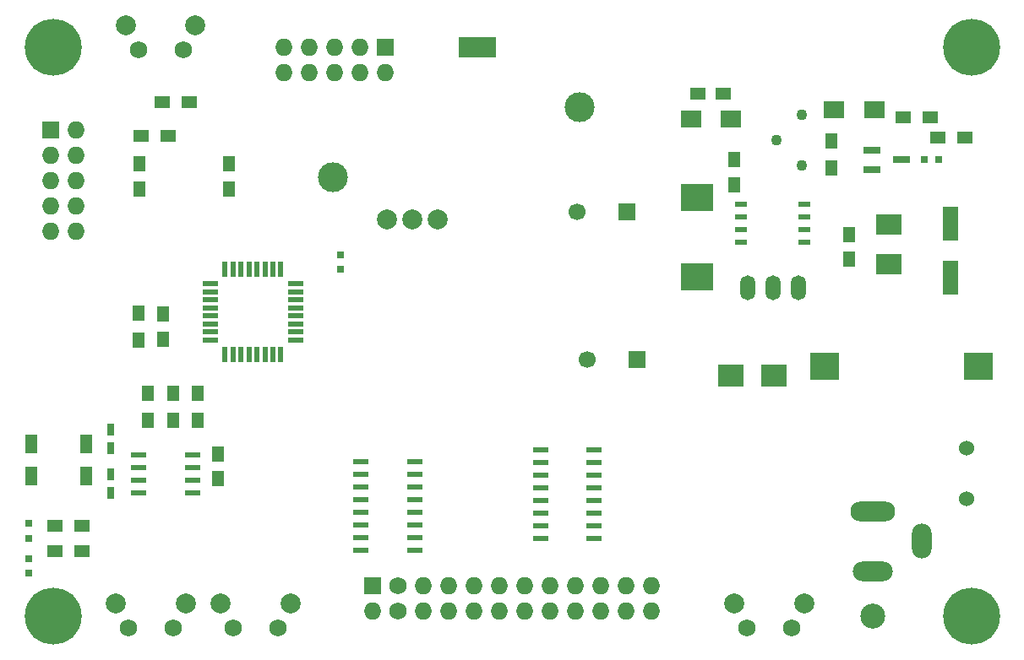
<source format=gts>
G04 #@! TF.FileFunction,Soldermask,Top*
%FSLAX46Y46*%
G04 Gerber Fmt 4.6, Leading zero omitted, Abs format (unit mm)*
G04 Created by KiCad (PCBNEW 4.0.4-stable) date 11/22/16 21:10:50*
%MOMM*%
%LPD*%
G01*
G04 APERTURE LIST*
%ADD10C,0.100000*%
%ADD11C,3.000000*%
%ADD12R,1.727200X1.727200*%
%ADD13O,1.727200X1.727200*%
%ADD14R,1.800860X0.800100*%
%ADD15R,0.797560X0.797560*%
%ADD16C,1.727200*%
%ADD17C,1.524000*%
%ADD18R,1.500000X1.300000*%
%ADD19R,1.550000X0.600000*%
%ADD20R,1.250000X1.500000*%
%ADD21R,1.500000X1.250000*%
%ADD22C,1.700000*%
%ADD23R,1.700000X1.700000*%
%ADD24R,2.500000X2.300000*%
%ADD25R,0.550000X1.600000*%
%ADD26R,1.600000X0.550000*%
%ADD27R,1.300000X1.500000*%
%ADD28R,2.000000X1.700000*%
%ADD29R,1.500000X0.600000*%
%ADD30C,5.700000*%
%ADD31R,0.750000X1.200000*%
%ADD32R,1.300000X1.900000*%
%ADD33R,1.143000X0.508000*%
%ADD34R,2.500000X2.000000*%
%ADD35R,1.600000X3.500000*%
%ADD36R,3.200000X2.700000*%
%ADD37O,1.501140X2.499360*%
%ADD38C,2.500000*%
%ADD39O,4.000000X2.000000*%
%ADD40O,4.500000X2.000000*%
%ADD41O,2.000000X3.500000*%
%ADD42C,1.750000*%
%ADD43C,2.000000*%
%ADD44C,1.100000*%
%ADD45R,2.920000X2.790000*%
%ADD46R,3.800000X2.000000*%
G04 APERTURE END LIST*
D10*
D11*
X146500000Y-72000000D03*
X171250000Y-65000000D03*
D12*
X118250000Y-67250000D03*
D13*
X120790000Y-67250000D03*
X118250000Y-69790000D03*
X120790000Y-69790000D03*
X118250000Y-72330000D03*
X120790000Y-72330000D03*
X118250000Y-74870000D03*
X120790000Y-74870000D03*
X118250000Y-77410000D03*
X120790000Y-77410000D03*
D14*
X200498860Y-69300000D03*
X200498860Y-71200000D03*
X203501140Y-70250000D03*
D15*
X147250000Y-81249300D03*
X147250000Y-79750700D03*
D12*
X150500000Y-113000000D03*
D13*
X150500000Y-115540000D03*
D16*
X153040000Y-113000000D03*
X153040000Y-115540000D03*
D13*
X155580000Y-113000000D03*
X155580000Y-115540000D03*
X158120000Y-113000000D03*
X158120000Y-115540000D03*
X160660000Y-113000000D03*
X160660000Y-115540000D03*
X163200000Y-113000000D03*
X163200000Y-115540000D03*
X165740000Y-113000000D03*
X165740000Y-115540000D03*
X168280000Y-113000000D03*
X168280000Y-115540000D03*
X170820000Y-113000000D03*
X170820000Y-115540000D03*
X173360000Y-113000000D03*
X173360000Y-115540000D03*
X175900000Y-113000000D03*
X175900000Y-115540000D03*
X178440000Y-113000000D03*
X178440000Y-115540000D03*
D17*
X210000000Y-99170000D03*
X210000000Y-104250000D03*
D18*
X129400000Y-64500000D03*
X132100000Y-64500000D03*
D19*
X127050000Y-99845000D03*
X127050000Y-101115000D03*
X127050000Y-102385000D03*
X127050000Y-103655000D03*
X132450000Y-103655000D03*
X132450000Y-102385000D03*
X132450000Y-101115000D03*
X132450000Y-99845000D03*
D20*
X186750000Y-72750000D03*
X186750000Y-70250000D03*
X198250000Y-80250000D03*
X198250000Y-77750000D03*
D21*
X185625000Y-63625000D03*
X183125000Y-63625000D03*
D22*
X171000000Y-75500000D03*
D23*
X176000000Y-75500000D03*
D22*
X172000000Y-90250000D03*
D23*
X177000000Y-90250000D03*
D20*
X129500000Y-85750000D03*
X129500000Y-88250000D03*
X135000000Y-102250000D03*
X135000000Y-99750000D03*
D24*
X190675000Y-91875000D03*
X186375000Y-91875000D03*
D25*
X135700000Y-89750000D03*
X136500000Y-89750000D03*
X137300000Y-89750000D03*
X138100000Y-89750000D03*
X138900000Y-89750000D03*
X139700000Y-89750000D03*
X140500000Y-89750000D03*
X141300000Y-89750000D03*
D26*
X142750000Y-88300000D03*
X142750000Y-87500000D03*
X142750000Y-86700000D03*
X142750000Y-85900000D03*
X142750000Y-85100000D03*
X142750000Y-84300000D03*
X142750000Y-83500000D03*
X142750000Y-82700000D03*
D25*
X141300000Y-81250000D03*
X140500000Y-81250000D03*
X139700000Y-81250000D03*
X138900000Y-81250000D03*
X138100000Y-81250000D03*
X137300000Y-81250000D03*
X136500000Y-81250000D03*
X135700000Y-81250000D03*
D26*
X134250000Y-82700000D03*
X134250000Y-83500000D03*
X134250000Y-84300000D03*
X134250000Y-85100000D03*
X134250000Y-85900000D03*
X134250000Y-86700000D03*
X134250000Y-87500000D03*
X134250000Y-88300000D03*
D18*
X206350000Y-66000000D03*
X203650000Y-66000000D03*
D27*
X196500000Y-68400000D03*
X196500000Y-71100000D03*
D28*
X186375000Y-66125000D03*
X182375000Y-66125000D03*
D18*
X121350000Y-107000000D03*
X118650000Y-107000000D03*
X121350000Y-109500000D03*
X118650000Y-109500000D03*
D27*
X127000000Y-85650000D03*
X127000000Y-88350000D03*
X128000000Y-93650000D03*
X128000000Y-96350000D03*
X133000000Y-93650000D03*
X133000000Y-96350000D03*
X130500000Y-93650000D03*
X130500000Y-96350000D03*
D29*
X149300000Y-100555000D03*
X149300000Y-101825000D03*
X149300000Y-103095000D03*
X149300000Y-104365000D03*
X149300000Y-105635000D03*
X149300000Y-106905000D03*
X149300000Y-108175000D03*
X149300000Y-109445000D03*
X154700000Y-109445000D03*
X154700000Y-108175000D03*
X154700000Y-106905000D03*
X154700000Y-105635000D03*
X154700000Y-104365000D03*
X154700000Y-103095000D03*
X154700000Y-101825000D03*
X154700000Y-100555000D03*
X167300000Y-99305000D03*
X167300000Y-100575000D03*
X167300000Y-101845000D03*
X167300000Y-103115000D03*
X167300000Y-104385000D03*
X167300000Y-105655000D03*
X167300000Y-106925000D03*
X167300000Y-108195000D03*
X172700000Y-108195000D03*
X172700000Y-106925000D03*
X172700000Y-105655000D03*
X172700000Y-104385000D03*
X172700000Y-103115000D03*
X172700000Y-101845000D03*
X172700000Y-100575000D03*
X172700000Y-99305000D03*
D30*
X118500000Y-116000000D03*
X118500000Y-59000000D03*
X210500000Y-59000000D03*
X210500000Y-116000000D03*
D15*
X207249300Y-70250000D03*
X205750700Y-70250000D03*
X116000000Y-108249300D03*
X116000000Y-106750700D03*
X116000000Y-110250700D03*
X116000000Y-111749300D03*
D18*
X209850000Y-68000000D03*
X207150000Y-68000000D03*
D31*
X124250000Y-97300000D03*
X124250000Y-99200000D03*
X124250000Y-103700000D03*
X124250000Y-101800000D03*
D32*
X121750000Y-101950000D03*
X116250000Y-101950000D03*
X116250000Y-98750000D03*
X121750000Y-98750000D03*
D12*
X151750000Y-59000000D03*
D13*
X151750000Y-61540000D03*
X149210000Y-59000000D03*
X149210000Y-61540000D03*
X146670000Y-59000000D03*
X146670000Y-61540000D03*
X144130000Y-59000000D03*
X144130000Y-61540000D03*
X141590000Y-59000000D03*
X141590000Y-61540000D03*
D33*
X187450000Y-78530000D03*
X187450000Y-77260000D03*
X187450000Y-75990000D03*
X187450000Y-74720000D03*
X193800000Y-74720000D03*
X193800000Y-75990000D03*
X193800000Y-77260000D03*
X193800000Y-78530000D03*
D34*
X202250000Y-80750000D03*
X202250000Y-76750000D03*
D35*
X208375000Y-82075000D03*
X208375000Y-76675000D03*
D36*
X183000000Y-81950000D03*
X183000000Y-74050000D03*
D28*
X200750000Y-65250000D03*
X196750000Y-65250000D03*
D37*
X190625000Y-83125000D03*
X193165000Y-83125000D03*
X188085000Y-83125000D03*
D18*
X127275000Y-67875000D03*
X129975000Y-67875000D03*
D27*
X136125000Y-70605000D03*
X136125000Y-73145000D03*
X127125000Y-73145000D03*
X127125000Y-70605000D03*
D38*
X200600000Y-116000000D03*
D39*
X200600000Y-111500000D03*
D40*
X200600000Y-105500000D03*
D41*
X205500000Y-108450000D03*
D42*
X130500000Y-117240000D03*
X126000000Y-117240000D03*
D43*
X131755000Y-114750000D03*
X124745000Y-114750000D03*
D42*
X141000000Y-117240000D03*
X136500000Y-117240000D03*
D43*
X142255000Y-114750000D03*
X135245000Y-114750000D03*
D42*
X192500000Y-117240000D03*
X188000000Y-117240000D03*
D43*
X193755000Y-114750000D03*
X186745000Y-114750000D03*
D42*
X131500000Y-59240000D03*
X127000000Y-59240000D03*
D43*
X132755000Y-56750000D03*
X125745000Y-56750000D03*
X151960000Y-76250000D03*
X154500000Y-76250000D03*
X157040000Y-76250000D03*
D44*
X190960000Y-68250000D03*
X193500000Y-65710000D03*
X193500000Y-70790000D03*
D45*
X211185000Y-91000000D03*
X195815000Y-91000000D03*
D46*
X161000000Y-59000000D03*
M02*

</source>
